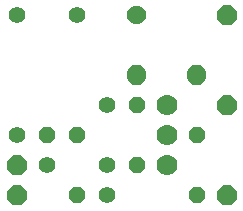
<source format=gtl>
G75*
%MOIN*%
%OFA0B0*%
%FSLAX25Y25*%
%IPPOS*%
%LPD*%
%AMOC8*
5,1,8,0,0,1.08239X$1,22.5*
%
%ADD10OC8,0.05200*%
%ADD11C,0.05543*%
%ADD12C,0.07000*%
%ADD13C,0.01299*%
%ADD14C,0.01299*%
%ADD15C,0.01187*%
%ADD16OC8,0.06600*%
D10*
X0031050Y0011050D03*
X0051050Y0021050D03*
X0071050Y0011050D03*
X0071050Y0031050D03*
X0051050Y0041050D03*
X0031050Y0031050D03*
X0021050Y0031050D03*
D11*
X0011050Y0031050D03*
X0021050Y0021050D03*
X0041050Y0021050D03*
X0041050Y0011050D03*
X0041050Y0041050D03*
X0031050Y0071050D03*
X0011050Y0071050D03*
D12*
X0061050Y0041050D03*
X0061050Y0031050D03*
X0061050Y0021050D03*
D13*
X0050624Y0052997D02*
X0049974Y0053647D01*
X0052126Y0053647D01*
X0053647Y0052126D01*
X0053647Y0049974D01*
X0052126Y0048453D01*
X0049974Y0048453D01*
X0048453Y0049974D01*
X0048453Y0052126D01*
X0049974Y0053647D01*
X0050377Y0052673D01*
X0051723Y0052673D01*
X0052673Y0051723D01*
X0052673Y0050377D01*
X0051723Y0049427D01*
X0050377Y0049427D01*
X0049427Y0050377D01*
X0049427Y0051723D01*
X0050377Y0052673D01*
X0050782Y0051699D01*
X0051318Y0051699D01*
X0051699Y0051318D01*
X0051699Y0050782D01*
X0051318Y0050401D01*
X0050782Y0050401D01*
X0050401Y0050782D01*
X0050401Y0051318D01*
X0050782Y0051699D01*
D14*
X0070624Y0052997D02*
X0069974Y0053647D01*
X0072126Y0053647D01*
X0073647Y0052126D01*
X0073647Y0049974D01*
X0072126Y0048453D01*
X0069974Y0048453D01*
X0068453Y0049974D01*
X0068453Y0052126D01*
X0069974Y0053647D01*
X0070377Y0052673D01*
X0071723Y0052673D01*
X0072673Y0051723D01*
X0072673Y0050377D01*
X0071723Y0049427D01*
X0070377Y0049427D01*
X0069427Y0050377D01*
X0069427Y0051723D01*
X0070377Y0052673D01*
X0070782Y0051699D01*
X0071318Y0051699D01*
X0071699Y0051318D01*
X0071699Y0050782D01*
X0071318Y0050401D01*
X0070782Y0050401D01*
X0070401Y0050782D01*
X0070401Y0051318D01*
X0070782Y0051699D01*
D15*
X0050660Y0072830D02*
X0050066Y0073424D01*
X0052034Y0073424D01*
X0053424Y0072034D01*
X0053424Y0070066D01*
X0052034Y0068676D01*
X0050066Y0068676D01*
X0048676Y0070066D01*
X0048676Y0072034D01*
X0050066Y0073424D01*
X0050435Y0072533D01*
X0051665Y0072533D01*
X0052533Y0071665D01*
X0052533Y0070435D01*
X0051665Y0069567D01*
X0050435Y0069567D01*
X0049567Y0070435D01*
X0049567Y0071665D01*
X0050435Y0072533D01*
X0050804Y0071642D01*
X0051296Y0071642D01*
X0051642Y0071296D01*
X0051642Y0070804D01*
X0051296Y0070458D01*
X0050804Y0070458D01*
X0050458Y0070804D01*
X0050458Y0071296D01*
X0050804Y0071642D01*
D16*
X0011050Y0011050D03*
X0011050Y0021050D03*
X0081050Y0011050D03*
X0081050Y0041050D03*
X0081050Y0071050D03*
M02*

</source>
